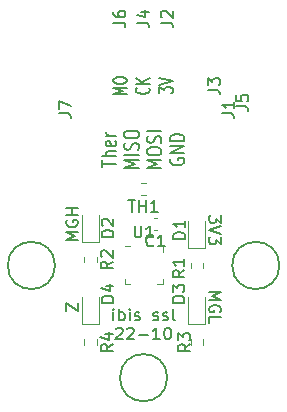
<source format=gbr>
%TF.GenerationSoftware,KiCad,Pcbnew,(6.0.8)*%
%TF.CreationDate,2022-10-15T00:54:49+09:00*%
%TF.ProjectId,ORION_enc_v2,4f52494f-4e5f-4656-9e63-5f76322e6b69,rev?*%
%TF.SameCoordinates,Original*%
%TF.FileFunction,Legend,Top*%
%TF.FilePolarity,Positive*%
%FSLAX46Y46*%
G04 Gerber Fmt 4.6, Leading zero omitted, Abs format (unit mm)*
G04 Created by KiCad (PCBNEW (6.0.8)) date 2022-10-15 00:54:49*
%MOMM*%
%LPD*%
G01*
G04 APERTURE LIST*
%ADD10C,0.150000*%
%ADD11C,0.120000*%
G04 APERTURE END LIST*
D10*
X80500000Y-64000000D02*
G75*
G03*
X80500000Y-64000000I-2000000J0D01*
G01*
X71000000Y-73500000D02*
G75*
G03*
X71000000Y-73500000I-2000000J0D01*
G01*
X61500000Y-64000000D02*
G75*
G03*
X61500000Y-64000000I-2000000J0D01*
G01*
X66452380Y-68647380D02*
X66452380Y-67980714D01*
X66452380Y-67647380D02*
X66404761Y-67695000D01*
X66452380Y-67742619D01*
X66500000Y-67695000D01*
X66452380Y-67647380D01*
X66452380Y-67742619D01*
X66928571Y-68647380D02*
X66928571Y-67647380D01*
X66928571Y-68028333D02*
X67023809Y-67980714D01*
X67214285Y-67980714D01*
X67309523Y-68028333D01*
X67357142Y-68075952D01*
X67404761Y-68171190D01*
X67404761Y-68456904D01*
X67357142Y-68552142D01*
X67309523Y-68599761D01*
X67214285Y-68647380D01*
X67023809Y-68647380D01*
X66928571Y-68599761D01*
X67833333Y-68647380D02*
X67833333Y-67980714D01*
X67833333Y-67647380D02*
X67785714Y-67695000D01*
X67833333Y-67742619D01*
X67880952Y-67695000D01*
X67833333Y-67647380D01*
X67833333Y-67742619D01*
X68261904Y-68599761D02*
X68357142Y-68647380D01*
X68547619Y-68647380D01*
X68642857Y-68599761D01*
X68690476Y-68504523D01*
X68690476Y-68456904D01*
X68642857Y-68361666D01*
X68547619Y-68314047D01*
X68404761Y-68314047D01*
X68309523Y-68266428D01*
X68261904Y-68171190D01*
X68261904Y-68123571D01*
X68309523Y-68028333D01*
X68404761Y-67980714D01*
X68547619Y-67980714D01*
X68642857Y-68028333D01*
X69833333Y-68599761D02*
X69928571Y-68647380D01*
X70119047Y-68647380D01*
X70214285Y-68599761D01*
X70261904Y-68504523D01*
X70261904Y-68456904D01*
X70214285Y-68361666D01*
X70119047Y-68314047D01*
X69976190Y-68314047D01*
X69880952Y-68266428D01*
X69833333Y-68171190D01*
X69833333Y-68123571D01*
X69880952Y-68028333D01*
X69976190Y-67980714D01*
X70119047Y-67980714D01*
X70214285Y-68028333D01*
X70642857Y-68599761D02*
X70738095Y-68647380D01*
X70928571Y-68647380D01*
X71023809Y-68599761D01*
X71071428Y-68504523D01*
X71071428Y-68456904D01*
X71023809Y-68361666D01*
X70928571Y-68314047D01*
X70785714Y-68314047D01*
X70690476Y-68266428D01*
X70642857Y-68171190D01*
X70642857Y-68123571D01*
X70690476Y-68028333D01*
X70785714Y-67980714D01*
X70928571Y-67980714D01*
X71023809Y-68028333D01*
X71642857Y-68647380D02*
X71547619Y-68599761D01*
X71500000Y-68504523D01*
X71500000Y-67647380D01*
X66666666Y-69352619D02*
X66714285Y-69305000D01*
X66809523Y-69257380D01*
X67047619Y-69257380D01*
X67142857Y-69305000D01*
X67190476Y-69352619D01*
X67238095Y-69447857D01*
X67238095Y-69543095D01*
X67190476Y-69685952D01*
X66619047Y-70257380D01*
X67238095Y-70257380D01*
X67619047Y-69352619D02*
X67666666Y-69305000D01*
X67761904Y-69257380D01*
X68000000Y-69257380D01*
X68095238Y-69305000D01*
X68142857Y-69352619D01*
X68190476Y-69447857D01*
X68190476Y-69543095D01*
X68142857Y-69685952D01*
X67571428Y-70257380D01*
X68190476Y-70257380D01*
X68619047Y-69876428D02*
X69380952Y-69876428D01*
X70380952Y-70257380D02*
X69809523Y-70257380D01*
X70095238Y-70257380D02*
X70095238Y-69257380D01*
X70000000Y-69400238D01*
X69904761Y-69495476D01*
X69809523Y-69543095D01*
X71000000Y-69257380D02*
X71095238Y-69257380D01*
X71190476Y-69305000D01*
X71238095Y-69352619D01*
X71285714Y-69447857D01*
X71333333Y-69638333D01*
X71333333Y-69876428D01*
X71285714Y-70066904D01*
X71238095Y-70162142D01*
X71190476Y-70209761D01*
X71095238Y-70257380D01*
X71000000Y-70257380D01*
X70904761Y-70209761D01*
X70857142Y-70162142D01*
X70809523Y-70066904D01*
X70761904Y-69876428D01*
X70761904Y-69638333D01*
X70809523Y-69447857D01*
X70857142Y-69352619D01*
X70904761Y-69305000D01*
X71000000Y-69257380D01*
X74547619Y-66261904D02*
X75547619Y-66261904D01*
X74833333Y-66595238D01*
X75547619Y-66928571D01*
X74547619Y-66928571D01*
X75500000Y-67928571D02*
X75547619Y-67833333D01*
X75547619Y-67690476D01*
X75500000Y-67547619D01*
X75404761Y-67452380D01*
X75309523Y-67404761D01*
X75119047Y-67357142D01*
X74976190Y-67357142D01*
X74785714Y-67404761D01*
X74690476Y-67452380D01*
X74595238Y-67547619D01*
X74547619Y-67690476D01*
X74547619Y-67785714D01*
X74595238Y-67928571D01*
X74642857Y-67976190D01*
X74976190Y-67976190D01*
X74976190Y-67785714D01*
X74547619Y-68880952D02*
X74547619Y-68404761D01*
X75547619Y-68404761D01*
X63452380Y-61857142D02*
X62452380Y-61857142D01*
X63166666Y-61523809D01*
X62452380Y-61190476D01*
X63452380Y-61190476D01*
X62500000Y-60190476D02*
X62452380Y-60285714D01*
X62452380Y-60428571D01*
X62500000Y-60571428D01*
X62595238Y-60666666D01*
X62690476Y-60714285D01*
X62880952Y-60761904D01*
X63023809Y-60761904D01*
X63214285Y-60714285D01*
X63309523Y-60666666D01*
X63404761Y-60571428D01*
X63452380Y-60428571D01*
X63452380Y-60333333D01*
X63404761Y-60190476D01*
X63357142Y-60142857D01*
X63023809Y-60142857D01*
X63023809Y-60333333D01*
X63452380Y-59714285D02*
X62452380Y-59714285D01*
X62928571Y-59714285D02*
X62928571Y-59142857D01*
X63452380Y-59142857D02*
X62452380Y-59142857D01*
X75547619Y-59761904D02*
X75547619Y-60380952D01*
X75166666Y-60047619D01*
X75166666Y-60190476D01*
X75119047Y-60285714D01*
X75071428Y-60333333D01*
X74976190Y-60380952D01*
X74738095Y-60380952D01*
X74642857Y-60333333D01*
X74595238Y-60285714D01*
X74547619Y-60190476D01*
X74547619Y-59904761D01*
X74595238Y-59809523D01*
X74642857Y-59761904D01*
X75547619Y-60666666D02*
X74547619Y-61000000D01*
X75547619Y-61333333D01*
X75547619Y-61571428D02*
X75547619Y-62190476D01*
X75166666Y-61857142D01*
X75166666Y-62000000D01*
X75119047Y-62095238D01*
X75071428Y-62142857D01*
X74976190Y-62190476D01*
X74738095Y-62190476D01*
X74642857Y-62142857D01*
X74595238Y-62095238D01*
X74547619Y-62000000D01*
X74547619Y-61714285D01*
X74595238Y-61619047D01*
X74642857Y-61571428D01*
X67610857Y-49485714D02*
X66410857Y-49485714D01*
X67268000Y-49219047D01*
X66410857Y-48952380D01*
X67610857Y-48952380D01*
X66410857Y-48419047D02*
X66410857Y-48266666D01*
X66468000Y-48190476D01*
X66582285Y-48114285D01*
X66810857Y-48076190D01*
X67210857Y-48076190D01*
X67439428Y-48114285D01*
X67553714Y-48190476D01*
X67610857Y-48266666D01*
X67610857Y-48419047D01*
X67553714Y-48495238D01*
X67439428Y-48571428D01*
X67210857Y-48609523D01*
X66810857Y-48609523D01*
X66582285Y-48571428D01*
X66468000Y-48495238D01*
X66410857Y-48419047D01*
X69428571Y-48952380D02*
X69485714Y-48990476D01*
X69542857Y-49104761D01*
X69542857Y-49180952D01*
X69485714Y-49295238D01*
X69371428Y-49371428D01*
X69257142Y-49409523D01*
X69028571Y-49447619D01*
X68857142Y-49447619D01*
X68628571Y-49409523D01*
X68514285Y-49371428D01*
X68400000Y-49295238D01*
X68342857Y-49180952D01*
X68342857Y-49104761D01*
X68400000Y-48990476D01*
X68457142Y-48952380D01*
X69542857Y-48609523D02*
X68342857Y-48609523D01*
X69542857Y-48152380D02*
X68857142Y-48495238D01*
X68342857Y-48152380D02*
X69028571Y-48609523D01*
X70274857Y-49409523D02*
X70274857Y-48914285D01*
X70732000Y-49180952D01*
X70732000Y-49066666D01*
X70789142Y-48990476D01*
X70846285Y-48952380D01*
X70960571Y-48914285D01*
X71246285Y-48914285D01*
X71360571Y-48952380D01*
X71417714Y-48990476D01*
X71474857Y-49066666D01*
X71474857Y-49295238D01*
X71417714Y-49371428D01*
X71360571Y-49409523D01*
X70274857Y-48685714D02*
X71474857Y-48419047D01*
X70274857Y-48152380D01*
X65444857Y-55676190D02*
X65444857Y-55104761D01*
X66644857Y-55390476D02*
X65444857Y-55390476D01*
X66644857Y-54771428D02*
X65444857Y-54771428D01*
X66644857Y-54342857D02*
X66016285Y-54342857D01*
X65902000Y-54390476D01*
X65844857Y-54485714D01*
X65844857Y-54628571D01*
X65902000Y-54723809D01*
X65959142Y-54771428D01*
X66587714Y-53485714D02*
X66644857Y-53580952D01*
X66644857Y-53771428D01*
X66587714Y-53866666D01*
X66473428Y-53914285D01*
X66016285Y-53914285D01*
X65902000Y-53866666D01*
X65844857Y-53771428D01*
X65844857Y-53580952D01*
X65902000Y-53485714D01*
X66016285Y-53438095D01*
X66130571Y-53438095D01*
X66244857Y-53914285D01*
X66644857Y-53009523D02*
X65844857Y-53009523D01*
X66073428Y-53009523D02*
X65959142Y-52961904D01*
X65902000Y-52914285D01*
X65844857Y-52819047D01*
X65844857Y-52723809D01*
X68576857Y-55771428D02*
X67376857Y-55771428D01*
X68234000Y-55438095D01*
X67376857Y-55104761D01*
X68576857Y-55104761D01*
X68576857Y-54628571D02*
X67376857Y-54628571D01*
X68519714Y-54200000D02*
X68576857Y-54057142D01*
X68576857Y-53819047D01*
X68519714Y-53723809D01*
X68462571Y-53676190D01*
X68348285Y-53628571D01*
X68234000Y-53628571D01*
X68119714Y-53676190D01*
X68062571Y-53723809D01*
X68005428Y-53819047D01*
X67948285Y-54009523D01*
X67891142Y-54104761D01*
X67834000Y-54152380D01*
X67719714Y-54200000D01*
X67605428Y-54200000D01*
X67491142Y-54152380D01*
X67434000Y-54104761D01*
X67376857Y-54009523D01*
X67376857Y-53771428D01*
X67434000Y-53628571D01*
X67376857Y-53009523D02*
X67376857Y-52819047D01*
X67434000Y-52723809D01*
X67548285Y-52628571D01*
X67776857Y-52580952D01*
X68176857Y-52580952D01*
X68405428Y-52628571D01*
X68519714Y-52723809D01*
X68576857Y-52819047D01*
X68576857Y-53009523D01*
X68519714Y-53104761D01*
X68405428Y-53200000D01*
X68176857Y-53247619D01*
X67776857Y-53247619D01*
X67548285Y-53200000D01*
X67434000Y-53104761D01*
X67376857Y-53009523D01*
X70508857Y-55771428D02*
X69308857Y-55771428D01*
X70166000Y-55438095D01*
X69308857Y-55104761D01*
X70508857Y-55104761D01*
X69308857Y-54438095D02*
X69308857Y-54247619D01*
X69366000Y-54152380D01*
X69480285Y-54057142D01*
X69708857Y-54009523D01*
X70108857Y-54009523D01*
X70337428Y-54057142D01*
X70451714Y-54152380D01*
X70508857Y-54247619D01*
X70508857Y-54438095D01*
X70451714Y-54533333D01*
X70337428Y-54628571D01*
X70108857Y-54676190D01*
X69708857Y-54676190D01*
X69480285Y-54628571D01*
X69366000Y-54533333D01*
X69308857Y-54438095D01*
X70451714Y-53628571D02*
X70508857Y-53485714D01*
X70508857Y-53247619D01*
X70451714Y-53152380D01*
X70394571Y-53104761D01*
X70280285Y-53057142D01*
X70166000Y-53057142D01*
X70051714Y-53104761D01*
X69994571Y-53152380D01*
X69937428Y-53247619D01*
X69880285Y-53438095D01*
X69823142Y-53533333D01*
X69766000Y-53580952D01*
X69651714Y-53628571D01*
X69537428Y-53628571D01*
X69423142Y-53580952D01*
X69366000Y-53533333D01*
X69308857Y-53438095D01*
X69308857Y-53200000D01*
X69366000Y-53057142D01*
X70508857Y-52628571D02*
X69308857Y-52628571D01*
X71298000Y-54961904D02*
X71240857Y-55057142D01*
X71240857Y-55200000D01*
X71298000Y-55342857D01*
X71412285Y-55438095D01*
X71526571Y-55485714D01*
X71755142Y-55533333D01*
X71926571Y-55533333D01*
X72155142Y-55485714D01*
X72269428Y-55438095D01*
X72383714Y-55342857D01*
X72440857Y-55200000D01*
X72440857Y-55104761D01*
X72383714Y-54961904D01*
X72326571Y-54914285D01*
X71926571Y-54914285D01*
X71926571Y-55104761D01*
X72440857Y-54485714D02*
X71240857Y-54485714D01*
X72440857Y-53914285D01*
X71240857Y-53914285D01*
X72440857Y-53438095D02*
X71240857Y-53438095D01*
X71240857Y-53200000D01*
X71298000Y-53057142D01*
X71412285Y-52961904D01*
X71526571Y-52914285D01*
X71755142Y-52866666D01*
X71926571Y-52866666D01*
X72155142Y-52914285D01*
X72269428Y-52961904D01*
X72383714Y-53057142D01*
X72440857Y-53200000D01*
X72440857Y-53438095D01*
X62452380Y-67833333D02*
X62452380Y-67166666D01*
X63452380Y-67833333D01*
X63452380Y-67166666D01*
%TO.C,D3*%
X72452380Y-67138095D02*
X71452380Y-67138095D01*
X71452380Y-66900000D01*
X71500000Y-66757142D01*
X71595238Y-66661904D01*
X71690476Y-66614285D01*
X71880952Y-66566666D01*
X72023809Y-66566666D01*
X72214285Y-66614285D01*
X72309523Y-66661904D01*
X72404761Y-66757142D01*
X72452380Y-66900000D01*
X72452380Y-67138095D01*
X71452380Y-66233333D02*
X71452380Y-65614285D01*
X71833333Y-65947619D01*
X71833333Y-65804761D01*
X71880952Y-65709523D01*
X71928571Y-65661904D01*
X72023809Y-65614285D01*
X72261904Y-65614285D01*
X72357142Y-65661904D01*
X72404761Y-65709523D01*
X72452380Y-65804761D01*
X72452380Y-66090476D01*
X72404761Y-66185714D01*
X72357142Y-66233333D01*
%TO.C,J6*%
X66452380Y-43433333D02*
X67166666Y-43433333D01*
X67309523Y-43480952D01*
X67404761Y-43576190D01*
X67452380Y-43719047D01*
X67452380Y-43814285D01*
X66452380Y-42528571D02*
X66452380Y-42719047D01*
X66500000Y-42814285D01*
X66547619Y-42861904D01*
X66690476Y-42957142D01*
X66880952Y-43004761D01*
X67261904Y-43004761D01*
X67357142Y-42957142D01*
X67404761Y-42909523D01*
X67452380Y-42814285D01*
X67452380Y-42623809D01*
X67404761Y-42528571D01*
X67357142Y-42480952D01*
X67261904Y-42433333D01*
X67023809Y-42433333D01*
X66928571Y-42480952D01*
X66880952Y-42528571D01*
X66833333Y-42623809D01*
X66833333Y-42814285D01*
X66880952Y-42909523D01*
X66928571Y-42957142D01*
X67023809Y-43004761D01*
%TO.C,J7*%
X61852380Y-51133333D02*
X62566666Y-51133333D01*
X62709523Y-51180952D01*
X62804761Y-51276190D01*
X62852380Y-51419047D01*
X62852380Y-51514285D01*
X61852380Y-50752380D02*
X61852380Y-50085714D01*
X62852380Y-50514285D01*
%TO.C,J1*%
X75652380Y-51133333D02*
X76366666Y-51133333D01*
X76509523Y-51180952D01*
X76604761Y-51276190D01*
X76652380Y-51419047D01*
X76652380Y-51514285D01*
X76652380Y-50133333D02*
X76652380Y-50704761D01*
X76652380Y-50419047D02*
X75652380Y-50419047D01*
X75795238Y-50514285D01*
X75890476Y-50609523D01*
X75938095Y-50704761D01*
%TO.C,J3*%
X74452380Y-49133333D02*
X75166666Y-49133333D01*
X75309523Y-49180952D01*
X75404761Y-49276190D01*
X75452380Y-49419047D01*
X75452380Y-49514285D01*
X74452380Y-48752380D02*
X74452380Y-48133333D01*
X74833333Y-48466666D01*
X74833333Y-48323809D01*
X74880952Y-48228571D01*
X74928571Y-48180952D01*
X75023809Y-48133333D01*
X75261904Y-48133333D01*
X75357142Y-48180952D01*
X75404761Y-48228571D01*
X75452380Y-48323809D01*
X75452380Y-48609523D01*
X75404761Y-48704761D01*
X75357142Y-48752380D01*
%TO.C,D1*%
X72522380Y-61738095D02*
X71522380Y-61738095D01*
X71522380Y-61500000D01*
X71570000Y-61357142D01*
X71665238Y-61261904D01*
X71760476Y-61214285D01*
X71950952Y-61166666D01*
X72093809Y-61166666D01*
X72284285Y-61214285D01*
X72379523Y-61261904D01*
X72474761Y-61357142D01*
X72522380Y-61500000D01*
X72522380Y-61738095D01*
X72522380Y-60214285D02*
X72522380Y-60785714D01*
X72522380Y-60500000D02*
X71522380Y-60500000D01*
X71665238Y-60595238D01*
X71760476Y-60690476D01*
X71808095Y-60785714D01*
%TO.C,D4*%
X66452380Y-67138095D02*
X65452380Y-67138095D01*
X65452380Y-66900000D01*
X65500000Y-66757142D01*
X65595238Y-66661904D01*
X65690476Y-66614285D01*
X65880952Y-66566666D01*
X66023809Y-66566666D01*
X66214285Y-66614285D01*
X66309523Y-66661904D01*
X66404761Y-66757142D01*
X66452380Y-66900000D01*
X66452380Y-67138095D01*
X65785714Y-65709523D02*
X66452380Y-65709523D01*
X65404761Y-65947619D02*
X66119047Y-66185714D01*
X66119047Y-65566666D01*
%TO.C,R2*%
X66382380Y-63666666D02*
X65906190Y-64000000D01*
X66382380Y-64238095D02*
X65382380Y-64238095D01*
X65382380Y-63857142D01*
X65430000Y-63761904D01*
X65477619Y-63714285D01*
X65572857Y-63666666D01*
X65715714Y-63666666D01*
X65810952Y-63714285D01*
X65858571Y-63761904D01*
X65906190Y-63857142D01*
X65906190Y-64238095D01*
X65477619Y-63285714D02*
X65430000Y-63238095D01*
X65382380Y-63142857D01*
X65382380Y-62904761D01*
X65430000Y-62809523D01*
X65477619Y-62761904D01*
X65572857Y-62714285D01*
X65668095Y-62714285D01*
X65810952Y-62761904D01*
X66382380Y-63333333D01*
X66382380Y-62714285D01*
%TO.C,R1*%
X72452380Y-64403924D02*
X71976190Y-64737258D01*
X72452380Y-64975353D02*
X71452380Y-64975353D01*
X71452380Y-64594400D01*
X71500000Y-64499162D01*
X71547619Y-64451543D01*
X71642857Y-64403924D01*
X71785714Y-64403924D01*
X71880952Y-64451543D01*
X71928571Y-64499162D01*
X71976190Y-64594400D01*
X71976190Y-64975353D01*
X72452380Y-63451543D02*
X72452380Y-64022972D01*
X72452380Y-63737258D02*
X71452380Y-63737258D01*
X71595238Y-63832496D01*
X71690476Y-63927734D01*
X71738095Y-64022972D01*
%TO.C,C1*%
X69833333Y-62287142D02*
X69785714Y-62334761D01*
X69642857Y-62382380D01*
X69547619Y-62382380D01*
X69404761Y-62334761D01*
X69309523Y-62239523D01*
X69261904Y-62144285D01*
X69214285Y-61953809D01*
X69214285Y-61810952D01*
X69261904Y-61620476D01*
X69309523Y-61525238D01*
X69404761Y-61430000D01*
X69547619Y-61382380D01*
X69642857Y-61382380D01*
X69785714Y-61430000D01*
X69833333Y-61477619D01*
X70785714Y-62382380D02*
X70214285Y-62382380D01*
X70500000Y-62382380D02*
X70500000Y-61382380D01*
X70404761Y-61525238D01*
X70309523Y-61620476D01*
X70214285Y-61668095D01*
%TO.C,TH1*%
X67714285Y-58452380D02*
X68285714Y-58452380D01*
X68000000Y-59452380D02*
X68000000Y-58452380D01*
X68619047Y-59452380D02*
X68619047Y-58452380D01*
X68619047Y-58928571D02*
X69190476Y-58928571D01*
X69190476Y-59452380D02*
X69190476Y-58452380D01*
X70190476Y-59452380D02*
X69619047Y-59452380D01*
X69904761Y-59452380D02*
X69904761Y-58452380D01*
X69809523Y-58595238D01*
X69714285Y-58690476D01*
X69619047Y-58738095D01*
%TO.C,U1*%
X68238095Y-60632380D02*
X68238095Y-61441904D01*
X68285714Y-61537142D01*
X68333333Y-61584761D01*
X68428571Y-61632380D01*
X68619047Y-61632380D01*
X68714285Y-61584761D01*
X68761904Y-61537142D01*
X68809523Y-61441904D01*
X68809523Y-60632380D01*
X69809523Y-61632380D02*
X69238095Y-61632380D01*
X69523809Y-61632380D02*
X69523809Y-60632380D01*
X69428571Y-60775238D01*
X69333333Y-60870476D01*
X69238095Y-60918095D01*
%TO.C,R4*%
X66382380Y-70666666D02*
X65906190Y-71000000D01*
X66382380Y-71238095D02*
X65382380Y-71238095D01*
X65382380Y-70857142D01*
X65430000Y-70761904D01*
X65477619Y-70714285D01*
X65572857Y-70666666D01*
X65715714Y-70666666D01*
X65810952Y-70714285D01*
X65858571Y-70761904D01*
X65906190Y-70857142D01*
X65906190Y-71238095D01*
X65715714Y-69809523D02*
X66382380Y-69809523D01*
X65334761Y-70047619D02*
X66049047Y-70285714D01*
X66049047Y-69666666D01*
%TO.C,J2*%
X70452380Y-43433333D02*
X71166666Y-43433333D01*
X71309523Y-43480952D01*
X71404761Y-43576190D01*
X71452380Y-43719047D01*
X71452380Y-43814285D01*
X70547619Y-43004761D02*
X70500000Y-42957142D01*
X70452380Y-42861904D01*
X70452380Y-42623809D01*
X70500000Y-42528571D01*
X70547619Y-42480952D01*
X70642857Y-42433333D01*
X70738095Y-42433333D01*
X70880952Y-42480952D01*
X71452380Y-43052380D01*
X71452380Y-42433333D01*
%TO.C,D2*%
X66452380Y-61580595D02*
X65452380Y-61580595D01*
X65452380Y-61342500D01*
X65500000Y-61199642D01*
X65595238Y-61104404D01*
X65690476Y-61056785D01*
X65880952Y-61009166D01*
X66023809Y-61009166D01*
X66214285Y-61056785D01*
X66309523Y-61104404D01*
X66404761Y-61199642D01*
X66452380Y-61342500D01*
X66452380Y-61580595D01*
X65547619Y-60628214D02*
X65500000Y-60580595D01*
X65452380Y-60485357D01*
X65452380Y-60247261D01*
X65500000Y-60152023D01*
X65547619Y-60104404D01*
X65642857Y-60056785D01*
X65738095Y-60056785D01*
X65880952Y-60104404D01*
X66452380Y-60675833D01*
X66452380Y-60056785D01*
%TO.C,J4*%
X68452380Y-43433333D02*
X69166666Y-43433333D01*
X69309523Y-43480952D01*
X69404761Y-43576190D01*
X69452380Y-43719047D01*
X69452380Y-43814285D01*
X68785714Y-42528571D02*
X69452380Y-42528571D01*
X68404761Y-42766666D02*
X69119047Y-43004761D01*
X69119047Y-42385714D01*
%TO.C,R3*%
X72952380Y-70666666D02*
X72476190Y-71000000D01*
X72952380Y-71238095D02*
X71952380Y-71238095D01*
X71952380Y-70857142D01*
X72000000Y-70761904D01*
X72047619Y-70714285D01*
X72142857Y-70666666D01*
X72285714Y-70666666D01*
X72380952Y-70714285D01*
X72428571Y-70761904D01*
X72476190Y-70857142D01*
X72476190Y-71238095D01*
X71952380Y-70333333D02*
X71952380Y-69714285D01*
X72333333Y-70047619D01*
X72333333Y-69904761D01*
X72380952Y-69809523D01*
X72428571Y-69761904D01*
X72523809Y-69714285D01*
X72761904Y-69714285D01*
X72857142Y-69761904D01*
X72904761Y-69809523D01*
X72952380Y-69904761D01*
X72952380Y-70190476D01*
X72904761Y-70285714D01*
X72857142Y-70333333D01*
%TO.C,J5*%
X76852380Y-50533333D02*
X77566666Y-50533333D01*
X77709523Y-50580952D01*
X77804761Y-50676190D01*
X77852380Y-50819047D01*
X77852380Y-50914285D01*
X76852380Y-49580952D02*
X76852380Y-50057142D01*
X77328571Y-50104761D01*
X77280952Y-50057142D01*
X77233333Y-49961904D01*
X77233333Y-49723809D01*
X77280952Y-49628571D01*
X77328571Y-49580952D01*
X77423809Y-49533333D01*
X77661904Y-49533333D01*
X77757142Y-49580952D01*
X77804761Y-49628571D01*
X77852380Y-49723809D01*
X77852380Y-49961904D01*
X77804761Y-50057142D01*
X77757142Y-50104761D01*
D11*
%TO.C,D3*%
X72765000Y-68985000D02*
X74235000Y-68985000D01*
X72765000Y-66700000D02*
X72765000Y-68985000D01*
X74235000Y-68985000D02*
X74235000Y-66700000D01*
%TO.C,D1*%
X72765000Y-62485000D02*
X74235000Y-62485000D01*
X72765000Y-60200000D02*
X72765000Y-62485000D01*
X74235000Y-62485000D02*
X74235000Y-60200000D01*
%TO.C,D4*%
X63765000Y-68985000D02*
X65235000Y-68985000D01*
X63765000Y-66700000D02*
X63765000Y-68985000D01*
X65235000Y-68985000D02*
X65235000Y-66700000D01*
%TO.C,R2*%
X65022500Y-63262742D02*
X65022500Y-63737258D01*
X63977500Y-63262742D02*
X63977500Y-63737258D01*
%TO.C,R1*%
X72977500Y-63762742D02*
X72977500Y-64237258D01*
X74022500Y-63762742D02*
X74022500Y-64237258D01*
%TO.C,C1*%
X70140580Y-59990000D02*
X69859420Y-59990000D01*
X70140580Y-61010000D02*
X69859420Y-61010000D01*
%TO.C,TH1*%
X68762742Y-58022500D02*
X69237258Y-58022500D01*
X68762742Y-56977500D02*
X69237258Y-56977500D01*
%TO.C,U1*%
X67865000Y-62390000D02*
X67390000Y-62390000D01*
X67390000Y-65610000D02*
X67390000Y-65135000D01*
X70610000Y-65610000D02*
X70610000Y-65135000D01*
X70610000Y-62390000D02*
X70610000Y-62865000D01*
X67865000Y-65610000D02*
X67390000Y-65610000D01*
X70135000Y-62390000D02*
X70610000Y-62390000D01*
X70135000Y-65610000D02*
X70610000Y-65610000D01*
%TO.C,R4*%
X63977500Y-70262742D02*
X63977500Y-70737258D01*
X65022500Y-70262742D02*
X65022500Y-70737258D01*
%TO.C,D2*%
X63765000Y-61985000D02*
X65235000Y-61985000D01*
X65235000Y-61985000D02*
X65235000Y-59700000D01*
X63765000Y-59700000D02*
X63765000Y-61985000D01*
%TO.C,R3*%
X72977500Y-70262742D02*
X72977500Y-70737258D01*
X74022500Y-70262742D02*
X74022500Y-70737258D01*
%TD*%
M02*

</source>
